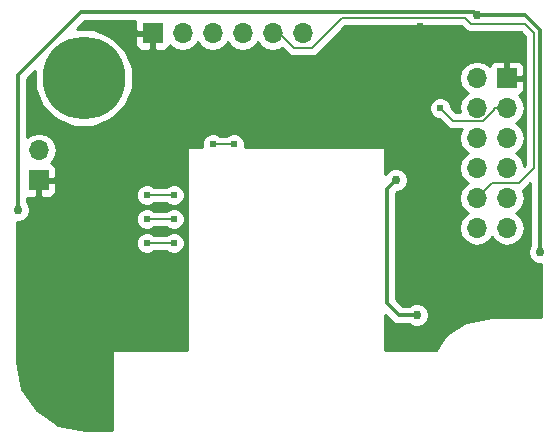
<source format=gbr>
G04 #@! TF.FileFunction,Copper,L2,Bot,Signal*
%FSLAX46Y46*%
G04 Gerber Fmt 4.6, Leading zero omitted, Abs format (unit mm)*
G04 Created by KiCad (PCBNEW 4.0.5) date 04/03/17 14:36:26*
%MOMM*%
%LPD*%
G01*
G04 APERTURE LIST*
%ADD10C,0.100000*%
%ADD11C,7.000000*%
%ADD12R,1.700000X1.700000*%
%ADD13O,1.700000X1.700000*%
%ADD14C,0.762000*%
%ADD15C,0.609600*%
%ADD16C,0.152400*%
%ADD17C,0.304800*%
%ADD18C,0.254000*%
G04 APERTURE END LIST*
D10*
D11*
X158750000Y-105410000D03*
D12*
X154940000Y-114046000D03*
D13*
X154940000Y-111506000D03*
D12*
X194564000Y-105410000D03*
D13*
X192024000Y-105410000D03*
X194564000Y-107950000D03*
X192024000Y-107950000D03*
X194564000Y-110490000D03*
X192024000Y-110490000D03*
X194564000Y-113030000D03*
X192024000Y-113030000D03*
X194564000Y-115570000D03*
X192024000Y-115570000D03*
X194564000Y-118110000D03*
X192024000Y-118110000D03*
D12*
X164592000Y-101600000D03*
D13*
X167132000Y-101600000D03*
X169672000Y-101600000D03*
X172212000Y-101600000D03*
X174752000Y-101600000D03*
X177292000Y-101600000D03*
D14*
X159766000Y-115824000D03*
X167132000Y-112014000D03*
X187198000Y-101092000D03*
X185026500Y-111907900D03*
D15*
X164084000Y-117348000D03*
X166370000Y-117348000D03*
X164084000Y-119380000D03*
X166370000Y-119380000D03*
X164084000Y-115316000D03*
X166370000Y-115316000D03*
X171450000Y-110998000D03*
X169672000Y-110998000D03*
D14*
X153162000Y-116586000D03*
X185166000Y-114046000D03*
X186944000Y-125476000D03*
X197358000Y-120142000D03*
X192024000Y-100076000D03*
D15*
X188921100Y-107962400D03*
D16*
X166370000Y-117348000D02*
X164084000Y-117348000D01*
X166370000Y-119380000D02*
X164084000Y-119380000D01*
X166370000Y-115316000D02*
X164084000Y-115316000D01*
X169672000Y-110998000D02*
X171450000Y-110998000D01*
X174752000Y-101600000D02*
X175260000Y-101600000D01*
X175260000Y-101600000D02*
X176530000Y-102870000D01*
X193294000Y-114300000D02*
X192024000Y-115570000D01*
X195580000Y-114300000D02*
X193294000Y-114300000D01*
X196850000Y-113030000D02*
X195580000Y-114300000D01*
X196850000Y-101600000D02*
X196850000Y-113030000D01*
X196088000Y-100838000D02*
X196850000Y-101600000D01*
X191516000Y-100838000D02*
X196088000Y-100838000D01*
X191008000Y-100330000D02*
X191516000Y-100838000D01*
X180594000Y-100330000D02*
X191008000Y-100330000D01*
X178054000Y-102870000D02*
X180594000Y-100330000D01*
X176530000Y-102870000D02*
X178054000Y-102870000D01*
D17*
X153162000Y-105156000D02*
X153162000Y-116586000D01*
X158496000Y-99822000D02*
X153162000Y-105156000D01*
X191770000Y-99822000D02*
X158496000Y-99822000D01*
X192024000Y-100076000D02*
X191770000Y-99822000D01*
X184404000Y-114808000D02*
X185166000Y-114046000D01*
X184404000Y-124460000D02*
X184404000Y-114808000D01*
X185420000Y-125476000D02*
X184404000Y-124460000D01*
X186944000Y-125476000D02*
X185420000Y-125476000D01*
X197358000Y-101346000D02*
X197358000Y-120142000D01*
X196088000Y-100076000D02*
X197358000Y-101346000D01*
X192024000Y-100076000D02*
X196088000Y-100076000D01*
D16*
X189987700Y-109029000D02*
X188921100Y-107962400D01*
X192541000Y-109029000D02*
X189987700Y-109029000D01*
X193485100Y-108084900D02*
X192541000Y-109029000D01*
X193485100Y-107950000D02*
X193485100Y-108084900D01*
X194564000Y-107950000D02*
X193485100Y-107950000D01*
D18*
G36*
X197435000Y-125680000D02*
X193040000Y-125680000D01*
X192973829Y-125693162D01*
X192906363Y-125693162D01*
X191205335Y-126031517D01*
X191103053Y-126073883D01*
X190958406Y-126133798D01*
X189516344Y-127097353D01*
X189390350Y-127223347D01*
X189327353Y-127286345D01*
X188585236Y-128397000D01*
X184277000Y-128397000D01*
X184277000Y-125446552D01*
X184863224Y-126032776D01*
X185118675Y-126203463D01*
X185420000Y-126263400D01*
X186294438Y-126263400D01*
X186367731Y-126336821D01*
X186741018Y-126491824D01*
X187145208Y-126492176D01*
X187518766Y-126337825D01*
X187804821Y-126052269D01*
X187959824Y-125678982D01*
X187960176Y-125274792D01*
X187805825Y-124901234D01*
X187520269Y-124615179D01*
X187146982Y-124460176D01*
X186742792Y-124459824D01*
X186369234Y-124614175D01*
X186294678Y-124688600D01*
X185746152Y-124688600D01*
X185191400Y-124133848D01*
X185191400Y-115134152D01*
X185263466Y-115062085D01*
X185367208Y-115062176D01*
X185740766Y-114907825D01*
X186026821Y-114622269D01*
X186181824Y-114248982D01*
X186182176Y-113844792D01*
X186027825Y-113471234D01*
X185742269Y-113185179D01*
X185368982Y-113030176D01*
X184964792Y-113029824D01*
X184591234Y-113184175D01*
X184305179Y-113469731D01*
X184277000Y-113537593D01*
X184277000Y-111252000D01*
X172362130Y-111252000D01*
X172389637Y-111185758D01*
X172389963Y-110811882D01*
X172247188Y-110466341D01*
X171983049Y-110201741D01*
X171637758Y-110058363D01*
X171263882Y-110058037D01*
X170918341Y-110200812D01*
X170832202Y-110286800D01*
X170289959Y-110286800D01*
X170205049Y-110201741D01*
X169859758Y-110058363D01*
X169485882Y-110058037D01*
X169140341Y-110200812D01*
X168875741Y-110464951D01*
X168732363Y-110810242D01*
X168732037Y-111184118D01*
X168760085Y-111252000D01*
X167513000Y-111252000D01*
X167513000Y-128397000D01*
X167309963Y-128397000D01*
X167309963Y-119193882D01*
X167309963Y-117161882D01*
X167309963Y-115129882D01*
X167167188Y-114784341D01*
X166903049Y-114519741D01*
X166557758Y-114376363D01*
X166183882Y-114376037D01*
X165838341Y-114518812D01*
X165752202Y-114604800D01*
X164701959Y-114604800D01*
X164617049Y-114519741D01*
X164465000Y-114456604D01*
X164465000Y-102926250D01*
X164465000Y-101727000D01*
X163265750Y-101727000D01*
X163107000Y-101885750D01*
X163107000Y-102576309D01*
X163203673Y-102809698D01*
X163382301Y-102988327D01*
X163615690Y-103085000D01*
X163868309Y-103085000D01*
X164306250Y-103085000D01*
X164465000Y-102926250D01*
X164465000Y-114456604D01*
X164271758Y-114376363D01*
X163897882Y-114376037D01*
X163552341Y-114518812D01*
X163287741Y-114782951D01*
X163144363Y-115128242D01*
X163144037Y-115502118D01*
X163286812Y-115847659D01*
X163550951Y-116112259D01*
X163896242Y-116255637D01*
X164270118Y-116255963D01*
X164615659Y-116113188D01*
X164701797Y-116027200D01*
X165752040Y-116027200D01*
X165836951Y-116112259D01*
X166182242Y-116255637D01*
X166556118Y-116255963D01*
X166901659Y-116113188D01*
X167166259Y-115849049D01*
X167309637Y-115503758D01*
X167309963Y-115129882D01*
X167309963Y-117161882D01*
X167167188Y-116816341D01*
X166903049Y-116551741D01*
X166557758Y-116408363D01*
X166183882Y-116408037D01*
X165838341Y-116550812D01*
X165752202Y-116636800D01*
X164701959Y-116636800D01*
X164617049Y-116551741D01*
X164271758Y-116408363D01*
X163897882Y-116408037D01*
X163552341Y-116550812D01*
X163287741Y-116814951D01*
X163144363Y-117160242D01*
X163144037Y-117534118D01*
X163286812Y-117879659D01*
X163550951Y-118144259D01*
X163896242Y-118287637D01*
X164270118Y-118287963D01*
X164615659Y-118145188D01*
X164701797Y-118059200D01*
X165752040Y-118059200D01*
X165836951Y-118144259D01*
X166182242Y-118287637D01*
X166556118Y-118287963D01*
X166901659Y-118145188D01*
X167166259Y-117881049D01*
X167309637Y-117535758D01*
X167309963Y-117161882D01*
X167309963Y-119193882D01*
X167167188Y-118848341D01*
X166903049Y-118583741D01*
X166557758Y-118440363D01*
X166183882Y-118440037D01*
X165838341Y-118582812D01*
X165752202Y-118668800D01*
X164701959Y-118668800D01*
X164617049Y-118583741D01*
X164271758Y-118440363D01*
X163897882Y-118440037D01*
X163552341Y-118582812D01*
X163287741Y-118846951D01*
X163144363Y-119192242D01*
X163144037Y-119566118D01*
X163286812Y-119911659D01*
X163550951Y-120176259D01*
X163896242Y-120319637D01*
X164270118Y-120319963D01*
X164615659Y-120177188D01*
X164701797Y-120091200D01*
X165752040Y-120091200D01*
X165836951Y-120176259D01*
X166182242Y-120319637D01*
X166556118Y-120319963D01*
X166901659Y-120177188D01*
X167166259Y-119913049D01*
X167309637Y-119567758D01*
X167309963Y-119193882D01*
X167309963Y-128397000D01*
X161163000Y-128397000D01*
X161163000Y-135205000D01*
X158817011Y-135205000D01*
X156587198Y-134761462D01*
X156425000Y-134653084D01*
X156425000Y-115022310D01*
X156425000Y-114769691D01*
X156425000Y-114331750D01*
X156266250Y-114173000D01*
X155067000Y-114173000D01*
X155067000Y-115372250D01*
X155225750Y-115531000D01*
X155916309Y-115531000D01*
X156149698Y-115434327D01*
X156328327Y-115255699D01*
X156425000Y-115022310D01*
X156425000Y-134653084D01*
X154753665Y-133536334D01*
X153528537Y-131702801D01*
X153085000Y-129472987D01*
X153085000Y-117601933D01*
X153363208Y-117602176D01*
X153736766Y-117447825D01*
X154022821Y-117162269D01*
X154177824Y-116788982D01*
X154178176Y-116384792D01*
X154023825Y-116011234D01*
X153949400Y-115936678D01*
X153949400Y-115525080D01*
X153963691Y-115531000D01*
X154654250Y-115531000D01*
X154813000Y-115372250D01*
X154813000Y-114173000D01*
X154793000Y-114173000D01*
X154793000Y-113919000D01*
X154813000Y-113919000D01*
X154813000Y-113899000D01*
X155067000Y-113899000D01*
X155067000Y-113919000D01*
X156266250Y-113919000D01*
X156425000Y-113760250D01*
X156425000Y-113322309D01*
X156425000Y-113069690D01*
X156328327Y-112836301D01*
X156149698Y-112657673D01*
X155975223Y-112585403D01*
X156019147Y-112556054D01*
X156341054Y-112074285D01*
X156454093Y-111506000D01*
X156341054Y-110937715D01*
X156019147Y-110455946D01*
X155537378Y-110134039D01*
X154969093Y-110021000D01*
X154910907Y-110021000D01*
X154342622Y-110134039D01*
X153949400Y-110396780D01*
X153949400Y-105482152D01*
X154615517Y-104816034D01*
X154614284Y-106228894D01*
X155242474Y-107749229D01*
X156404653Y-108913438D01*
X157923889Y-109544280D01*
X159568894Y-109545716D01*
X161089229Y-108917526D01*
X162253438Y-107755347D01*
X162884280Y-106236111D01*
X162885716Y-104591106D01*
X162257526Y-103070771D01*
X161095347Y-101906562D01*
X159576111Y-101275720D01*
X158157070Y-101274481D01*
X158822152Y-100609400D01*
X163112919Y-100609400D01*
X163107000Y-100623691D01*
X163107000Y-101314250D01*
X163265750Y-101473000D01*
X164465000Y-101473000D01*
X164465000Y-101453000D01*
X164719000Y-101453000D01*
X164719000Y-101473000D01*
X164739000Y-101473000D01*
X164739000Y-101727000D01*
X164719000Y-101727000D01*
X164719000Y-102926250D01*
X164877750Y-103085000D01*
X165315691Y-103085000D01*
X165568310Y-103085000D01*
X165801699Y-102988327D01*
X165980327Y-102809698D01*
X166052596Y-102635223D01*
X166081946Y-102679147D01*
X166563715Y-103001054D01*
X167132000Y-103114093D01*
X167700285Y-103001054D01*
X168182054Y-102679147D01*
X168402000Y-102349973D01*
X168621946Y-102679147D01*
X169103715Y-103001054D01*
X169672000Y-103114093D01*
X170240285Y-103001054D01*
X170722054Y-102679147D01*
X170942000Y-102349973D01*
X171161946Y-102679147D01*
X171643715Y-103001054D01*
X172212000Y-103114093D01*
X172780285Y-103001054D01*
X173262054Y-102679147D01*
X173482000Y-102349973D01*
X173701946Y-102679147D01*
X174183715Y-103001054D01*
X174752000Y-103114093D01*
X175320285Y-103001054D01*
X175521091Y-102866879D01*
X176027105Y-103372894D01*
X176027106Y-103372894D01*
X176257835Y-103527063D01*
X176257836Y-103527063D01*
X176302990Y-103536044D01*
X176530000Y-103581200D01*
X178054000Y-103581200D01*
X178326164Y-103527063D01*
X178326165Y-103527063D01*
X178556894Y-103372894D01*
X180888588Y-101041200D01*
X190713411Y-101041200D01*
X191013105Y-101340894D01*
X191013106Y-101340894D01*
X191167274Y-101443905D01*
X191243835Y-101495062D01*
X191243836Y-101495063D01*
X191516000Y-101549200D01*
X195793411Y-101549200D01*
X196138800Y-101894588D01*
X196138800Y-112735411D01*
X196039289Y-112834921D01*
X195965054Y-112461715D01*
X195643147Y-111979946D01*
X195313973Y-111759999D01*
X195643147Y-111540054D01*
X195965054Y-111058285D01*
X196078093Y-110490000D01*
X195965054Y-109921715D01*
X195643147Y-109439946D01*
X195313973Y-109219999D01*
X195643147Y-109000054D01*
X195965054Y-108518285D01*
X196078093Y-107950000D01*
X195965054Y-107381715D01*
X195643147Y-106899946D01*
X195599223Y-106870596D01*
X195773698Y-106798327D01*
X195952327Y-106619699D01*
X196049000Y-106386310D01*
X196049000Y-106133691D01*
X196049000Y-105695750D01*
X196049000Y-105124250D01*
X196049000Y-104686309D01*
X196049000Y-104433690D01*
X195952327Y-104200301D01*
X195773698Y-104021673D01*
X195540309Y-103925000D01*
X194849750Y-103925000D01*
X194691000Y-104083750D01*
X194691000Y-105283000D01*
X195890250Y-105283000D01*
X196049000Y-105124250D01*
X196049000Y-105695750D01*
X195890250Y-105537000D01*
X194691000Y-105537000D01*
X194691000Y-105557000D01*
X194437000Y-105557000D01*
X194437000Y-105537000D01*
X194417000Y-105537000D01*
X194417000Y-105283000D01*
X194437000Y-105283000D01*
X194437000Y-104083750D01*
X194278250Y-103925000D01*
X193587691Y-103925000D01*
X193354302Y-104021673D01*
X193175673Y-104200301D01*
X193107097Y-104365857D01*
X193103147Y-104359946D01*
X192621378Y-104038039D01*
X192053093Y-103925000D01*
X191994907Y-103925000D01*
X191426622Y-104038039D01*
X190944853Y-104359946D01*
X190622946Y-104841715D01*
X190509907Y-105410000D01*
X190622946Y-105978285D01*
X190944853Y-106460054D01*
X191274026Y-106680000D01*
X190944853Y-106899946D01*
X190622946Y-107381715D01*
X190509907Y-107950000D01*
X190583067Y-108317800D01*
X190282288Y-108317800D01*
X189860958Y-107896470D01*
X189861063Y-107776282D01*
X189718288Y-107430741D01*
X189454149Y-107166141D01*
X189108858Y-107022763D01*
X188734982Y-107022437D01*
X188389441Y-107165212D01*
X188124841Y-107429351D01*
X187981463Y-107774642D01*
X187981137Y-108148518D01*
X188123912Y-108494059D01*
X188388051Y-108758659D01*
X188733342Y-108902037D01*
X188855055Y-108902143D01*
X189484806Y-109531894D01*
X189715535Y-109686063D01*
X189715536Y-109686063D01*
X189760690Y-109695044D01*
X189987700Y-109740200D01*
X190744230Y-109740200D01*
X190622946Y-109921715D01*
X190509907Y-110490000D01*
X190622946Y-111058285D01*
X190944853Y-111540054D01*
X191274026Y-111760000D01*
X190944853Y-111979946D01*
X190622946Y-112461715D01*
X190509907Y-113030000D01*
X190622946Y-113598285D01*
X190944853Y-114080054D01*
X191274026Y-114300000D01*
X190944853Y-114519946D01*
X190622946Y-115001715D01*
X190509907Y-115570000D01*
X190622946Y-116138285D01*
X190944853Y-116620054D01*
X191274026Y-116840000D01*
X190944853Y-117059946D01*
X190622946Y-117541715D01*
X190509907Y-118110000D01*
X190622946Y-118678285D01*
X190944853Y-119160054D01*
X191426622Y-119481961D01*
X191994907Y-119595000D01*
X192053093Y-119595000D01*
X192621378Y-119481961D01*
X193103147Y-119160054D01*
X193294000Y-118874421D01*
X193484853Y-119160054D01*
X193966622Y-119481961D01*
X194534907Y-119595000D01*
X194593093Y-119595000D01*
X195161378Y-119481961D01*
X195643147Y-119160054D01*
X195965054Y-118678285D01*
X196078093Y-118110000D01*
X195965054Y-117541715D01*
X195643147Y-117059946D01*
X195313973Y-116839999D01*
X195643147Y-116620054D01*
X195965054Y-116138285D01*
X196078093Y-115570000D01*
X195965054Y-115001715D01*
X195909583Y-114918697D01*
X195909583Y-114918696D01*
X196082894Y-114802894D01*
X196570600Y-114315188D01*
X196570600Y-119492438D01*
X196497179Y-119565731D01*
X196342176Y-119939018D01*
X196341824Y-120343208D01*
X196496175Y-120716766D01*
X196781731Y-121002821D01*
X197155018Y-121157824D01*
X197435000Y-121158067D01*
X197435000Y-125680000D01*
X197435000Y-125680000D01*
G37*
X197435000Y-125680000D02*
X193040000Y-125680000D01*
X192973829Y-125693162D01*
X192906363Y-125693162D01*
X191205335Y-126031517D01*
X191103053Y-126073883D01*
X190958406Y-126133798D01*
X189516344Y-127097353D01*
X189390350Y-127223347D01*
X189327353Y-127286345D01*
X188585236Y-128397000D01*
X184277000Y-128397000D01*
X184277000Y-125446552D01*
X184863224Y-126032776D01*
X185118675Y-126203463D01*
X185420000Y-126263400D01*
X186294438Y-126263400D01*
X186367731Y-126336821D01*
X186741018Y-126491824D01*
X187145208Y-126492176D01*
X187518766Y-126337825D01*
X187804821Y-126052269D01*
X187959824Y-125678982D01*
X187960176Y-125274792D01*
X187805825Y-124901234D01*
X187520269Y-124615179D01*
X187146982Y-124460176D01*
X186742792Y-124459824D01*
X186369234Y-124614175D01*
X186294678Y-124688600D01*
X185746152Y-124688600D01*
X185191400Y-124133848D01*
X185191400Y-115134152D01*
X185263466Y-115062085D01*
X185367208Y-115062176D01*
X185740766Y-114907825D01*
X186026821Y-114622269D01*
X186181824Y-114248982D01*
X186182176Y-113844792D01*
X186027825Y-113471234D01*
X185742269Y-113185179D01*
X185368982Y-113030176D01*
X184964792Y-113029824D01*
X184591234Y-113184175D01*
X184305179Y-113469731D01*
X184277000Y-113537593D01*
X184277000Y-111252000D01*
X172362130Y-111252000D01*
X172389637Y-111185758D01*
X172389963Y-110811882D01*
X172247188Y-110466341D01*
X171983049Y-110201741D01*
X171637758Y-110058363D01*
X171263882Y-110058037D01*
X170918341Y-110200812D01*
X170832202Y-110286800D01*
X170289959Y-110286800D01*
X170205049Y-110201741D01*
X169859758Y-110058363D01*
X169485882Y-110058037D01*
X169140341Y-110200812D01*
X168875741Y-110464951D01*
X168732363Y-110810242D01*
X168732037Y-111184118D01*
X168760085Y-111252000D01*
X167513000Y-111252000D01*
X167513000Y-128397000D01*
X167309963Y-128397000D01*
X167309963Y-119193882D01*
X167309963Y-117161882D01*
X167309963Y-115129882D01*
X167167188Y-114784341D01*
X166903049Y-114519741D01*
X166557758Y-114376363D01*
X166183882Y-114376037D01*
X165838341Y-114518812D01*
X165752202Y-114604800D01*
X164701959Y-114604800D01*
X164617049Y-114519741D01*
X164465000Y-114456604D01*
X164465000Y-102926250D01*
X164465000Y-101727000D01*
X163265750Y-101727000D01*
X163107000Y-101885750D01*
X163107000Y-102576309D01*
X163203673Y-102809698D01*
X163382301Y-102988327D01*
X163615690Y-103085000D01*
X163868309Y-103085000D01*
X164306250Y-103085000D01*
X164465000Y-102926250D01*
X164465000Y-114456604D01*
X164271758Y-114376363D01*
X163897882Y-114376037D01*
X163552341Y-114518812D01*
X163287741Y-114782951D01*
X163144363Y-115128242D01*
X163144037Y-115502118D01*
X163286812Y-115847659D01*
X163550951Y-116112259D01*
X163896242Y-116255637D01*
X164270118Y-116255963D01*
X164615659Y-116113188D01*
X164701797Y-116027200D01*
X165752040Y-116027200D01*
X165836951Y-116112259D01*
X166182242Y-116255637D01*
X166556118Y-116255963D01*
X166901659Y-116113188D01*
X167166259Y-115849049D01*
X167309637Y-115503758D01*
X167309963Y-115129882D01*
X167309963Y-117161882D01*
X167167188Y-116816341D01*
X166903049Y-116551741D01*
X166557758Y-116408363D01*
X166183882Y-116408037D01*
X165838341Y-116550812D01*
X165752202Y-116636800D01*
X164701959Y-116636800D01*
X164617049Y-116551741D01*
X164271758Y-116408363D01*
X163897882Y-116408037D01*
X163552341Y-116550812D01*
X163287741Y-116814951D01*
X163144363Y-117160242D01*
X163144037Y-117534118D01*
X163286812Y-117879659D01*
X163550951Y-118144259D01*
X163896242Y-118287637D01*
X164270118Y-118287963D01*
X164615659Y-118145188D01*
X164701797Y-118059200D01*
X165752040Y-118059200D01*
X165836951Y-118144259D01*
X166182242Y-118287637D01*
X166556118Y-118287963D01*
X166901659Y-118145188D01*
X167166259Y-117881049D01*
X167309637Y-117535758D01*
X167309963Y-117161882D01*
X167309963Y-119193882D01*
X167167188Y-118848341D01*
X166903049Y-118583741D01*
X166557758Y-118440363D01*
X166183882Y-118440037D01*
X165838341Y-118582812D01*
X165752202Y-118668800D01*
X164701959Y-118668800D01*
X164617049Y-118583741D01*
X164271758Y-118440363D01*
X163897882Y-118440037D01*
X163552341Y-118582812D01*
X163287741Y-118846951D01*
X163144363Y-119192242D01*
X163144037Y-119566118D01*
X163286812Y-119911659D01*
X163550951Y-120176259D01*
X163896242Y-120319637D01*
X164270118Y-120319963D01*
X164615659Y-120177188D01*
X164701797Y-120091200D01*
X165752040Y-120091200D01*
X165836951Y-120176259D01*
X166182242Y-120319637D01*
X166556118Y-120319963D01*
X166901659Y-120177188D01*
X167166259Y-119913049D01*
X167309637Y-119567758D01*
X167309963Y-119193882D01*
X167309963Y-128397000D01*
X161163000Y-128397000D01*
X161163000Y-135205000D01*
X158817011Y-135205000D01*
X156587198Y-134761462D01*
X156425000Y-134653084D01*
X156425000Y-115022310D01*
X156425000Y-114769691D01*
X156425000Y-114331750D01*
X156266250Y-114173000D01*
X155067000Y-114173000D01*
X155067000Y-115372250D01*
X155225750Y-115531000D01*
X155916309Y-115531000D01*
X156149698Y-115434327D01*
X156328327Y-115255699D01*
X156425000Y-115022310D01*
X156425000Y-134653084D01*
X154753665Y-133536334D01*
X153528537Y-131702801D01*
X153085000Y-129472987D01*
X153085000Y-117601933D01*
X153363208Y-117602176D01*
X153736766Y-117447825D01*
X154022821Y-117162269D01*
X154177824Y-116788982D01*
X154178176Y-116384792D01*
X154023825Y-116011234D01*
X153949400Y-115936678D01*
X153949400Y-115525080D01*
X153963691Y-115531000D01*
X154654250Y-115531000D01*
X154813000Y-115372250D01*
X154813000Y-114173000D01*
X154793000Y-114173000D01*
X154793000Y-113919000D01*
X154813000Y-113919000D01*
X154813000Y-113899000D01*
X155067000Y-113899000D01*
X155067000Y-113919000D01*
X156266250Y-113919000D01*
X156425000Y-113760250D01*
X156425000Y-113322309D01*
X156425000Y-113069690D01*
X156328327Y-112836301D01*
X156149698Y-112657673D01*
X155975223Y-112585403D01*
X156019147Y-112556054D01*
X156341054Y-112074285D01*
X156454093Y-111506000D01*
X156341054Y-110937715D01*
X156019147Y-110455946D01*
X155537378Y-110134039D01*
X154969093Y-110021000D01*
X154910907Y-110021000D01*
X154342622Y-110134039D01*
X153949400Y-110396780D01*
X153949400Y-105482152D01*
X154615517Y-104816034D01*
X154614284Y-106228894D01*
X155242474Y-107749229D01*
X156404653Y-108913438D01*
X157923889Y-109544280D01*
X159568894Y-109545716D01*
X161089229Y-108917526D01*
X162253438Y-107755347D01*
X162884280Y-106236111D01*
X162885716Y-104591106D01*
X162257526Y-103070771D01*
X161095347Y-101906562D01*
X159576111Y-101275720D01*
X158157070Y-101274481D01*
X158822152Y-100609400D01*
X163112919Y-100609400D01*
X163107000Y-100623691D01*
X163107000Y-101314250D01*
X163265750Y-101473000D01*
X164465000Y-101473000D01*
X164465000Y-101453000D01*
X164719000Y-101453000D01*
X164719000Y-101473000D01*
X164739000Y-101473000D01*
X164739000Y-101727000D01*
X164719000Y-101727000D01*
X164719000Y-102926250D01*
X164877750Y-103085000D01*
X165315691Y-103085000D01*
X165568310Y-103085000D01*
X165801699Y-102988327D01*
X165980327Y-102809698D01*
X166052596Y-102635223D01*
X166081946Y-102679147D01*
X166563715Y-103001054D01*
X167132000Y-103114093D01*
X167700285Y-103001054D01*
X168182054Y-102679147D01*
X168402000Y-102349973D01*
X168621946Y-102679147D01*
X169103715Y-103001054D01*
X169672000Y-103114093D01*
X170240285Y-103001054D01*
X170722054Y-102679147D01*
X170942000Y-102349973D01*
X171161946Y-102679147D01*
X171643715Y-103001054D01*
X172212000Y-103114093D01*
X172780285Y-103001054D01*
X173262054Y-102679147D01*
X173482000Y-102349973D01*
X173701946Y-102679147D01*
X174183715Y-103001054D01*
X174752000Y-103114093D01*
X175320285Y-103001054D01*
X175521091Y-102866879D01*
X176027105Y-103372894D01*
X176027106Y-103372894D01*
X176257835Y-103527063D01*
X176257836Y-103527063D01*
X176302990Y-103536044D01*
X176530000Y-103581200D01*
X178054000Y-103581200D01*
X178326164Y-103527063D01*
X178326165Y-103527063D01*
X178556894Y-103372894D01*
X180888588Y-101041200D01*
X190713411Y-101041200D01*
X191013105Y-101340894D01*
X191013106Y-101340894D01*
X191167274Y-101443905D01*
X191243835Y-101495062D01*
X191243836Y-101495063D01*
X191516000Y-101549200D01*
X195793411Y-101549200D01*
X196138800Y-101894588D01*
X196138800Y-112735411D01*
X196039289Y-112834921D01*
X195965054Y-112461715D01*
X195643147Y-111979946D01*
X195313973Y-111759999D01*
X195643147Y-111540054D01*
X195965054Y-111058285D01*
X196078093Y-110490000D01*
X195965054Y-109921715D01*
X195643147Y-109439946D01*
X195313973Y-109219999D01*
X195643147Y-109000054D01*
X195965054Y-108518285D01*
X196078093Y-107950000D01*
X195965054Y-107381715D01*
X195643147Y-106899946D01*
X195599223Y-106870596D01*
X195773698Y-106798327D01*
X195952327Y-106619699D01*
X196049000Y-106386310D01*
X196049000Y-106133691D01*
X196049000Y-105695750D01*
X196049000Y-105124250D01*
X196049000Y-104686309D01*
X196049000Y-104433690D01*
X195952327Y-104200301D01*
X195773698Y-104021673D01*
X195540309Y-103925000D01*
X194849750Y-103925000D01*
X194691000Y-104083750D01*
X194691000Y-105283000D01*
X195890250Y-105283000D01*
X196049000Y-105124250D01*
X196049000Y-105695750D01*
X195890250Y-105537000D01*
X194691000Y-105537000D01*
X194691000Y-105557000D01*
X194437000Y-105557000D01*
X194437000Y-105537000D01*
X194417000Y-105537000D01*
X194417000Y-105283000D01*
X194437000Y-105283000D01*
X194437000Y-104083750D01*
X194278250Y-103925000D01*
X193587691Y-103925000D01*
X193354302Y-104021673D01*
X193175673Y-104200301D01*
X193107097Y-104365857D01*
X193103147Y-104359946D01*
X192621378Y-104038039D01*
X192053093Y-103925000D01*
X191994907Y-103925000D01*
X191426622Y-104038039D01*
X190944853Y-104359946D01*
X190622946Y-104841715D01*
X190509907Y-105410000D01*
X190622946Y-105978285D01*
X190944853Y-106460054D01*
X191274026Y-106680000D01*
X190944853Y-106899946D01*
X190622946Y-107381715D01*
X190509907Y-107950000D01*
X190583067Y-108317800D01*
X190282288Y-108317800D01*
X189860958Y-107896470D01*
X189861063Y-107776282D01*
X189718288Y-107430741D01*
X189454149Y-107166141D01*
X189108858Y-107022763D01*
X188734982Y-107022437D01*
X188389441Y-107165212D01*
X188124841Y-107429351D01*
X187981463Y-107774642D01*
X187981137Y-108148518D01*
X188123912Y-108494059D01*
X188388051Y-108758659D01*
X188733342Y-108902037D01*
X188855055Y-108902143D01*
X189484806Y-109531894D01*
X189715535Y-109686063D01*
X189715536Y-109686063D01*
X189760690Y-109695044D01*
X189987700Y-109740200D01*
X190744230Y-109740200D01*
X190622946Y-109921715D01*
X190509907Y-110490000D01*
X190622946Y-111058285D01*
X190944853Y-111540054D01*
X191274026Y-111760000D01*
X190944853Y-111979946D01*
X190622946Y-112461715D01*
X190509907Y-113030000D01*
X190622946Y-113598285D01*
X190944853Y-114080054D01*
X191274026Y-114300000D01*
X190944853Y-114519946D01*
X190622946Y-115001715D01*
X190509907Y-115570000D01*
X190622946Y-116138285D01*
X190944853Y-116620054D01*
X191274026Y-116840000D01*
X190944853Y-117059946D01*
X190622946Y-117541715D01*
X190509907Y-118110000D01*
X190622946Y-118678285D01*
X190944853Y-119160054D01*
X191426622Y-119481961D01*
X191994907Y-119595000D01*
X192053093Y-119595000D01*
X192621378Y-119481961D01*
X193103147Y-119160054D01*
X193294000Y-118874421D01*
X193484853Y-119160054D01*
X193966622Y-119481961D01*
X194534907Y-119595000D01*
X194593093Y-119595000D01*
X195161378Y-119481961D01*
X195643147Y-119160054D01*
X195965054Y-118678285D01*
X196078093Y-118110000D01*
X195965054Y-117541715D01*
X195643147Y-117059946D01*
X195313973Y-116839999D01*
X195643147Y-116620054D01*
X195965054Y-116138285D01*
X196078093Y-115570000D01*
X195965054Y-115001715D01*
X195909583Y-114918697D01*
X195909583Y-114918696D01*
X196082894Y-114802894D01*
X196570600Y-114315188D01*
X196570600Y-119492438D01*
X196497179Y-119565731D01*
X196342176Y-119939018D01*
X196341824Y-120343208D01*
X196496175Y-120716766D01*
X196781731Y-121002821D01*
X197155018Y-121157824D01*
X197435000Y-121158067D01*
X197435000Y-125680000D01*
M02*

</source>
